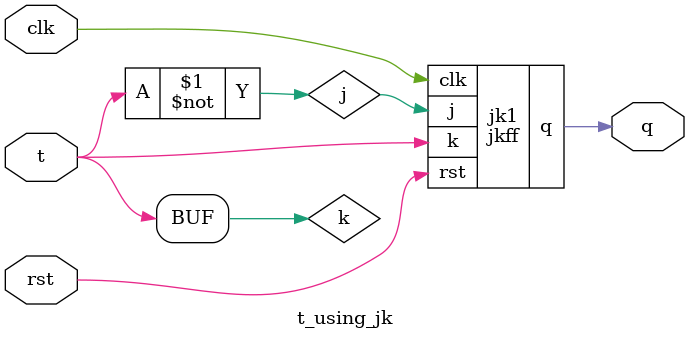
<source format=v>
module jkff(input j,k,clk,rst, output reg q);
always @(posedge clk) begin
	if(rst) begin
		q<=0;
	end
	else begin
		case({j,k})
			2'b00: q<=q;
			2'b01: q<=1'b0;
			2'b10: q<=1'b1;
			2'b11: q<=~q;
			default: q<=1'b0;
		endcase
	end
end
endmodule

module t_using_jk(input t,clk,rst, output q);
wire j,k;
jkff jk1(.j(j),.k(k),.clk(clk),.rst(rst),.q(q));
assign j=~t;
assign k=t;
endmodule

</source>
